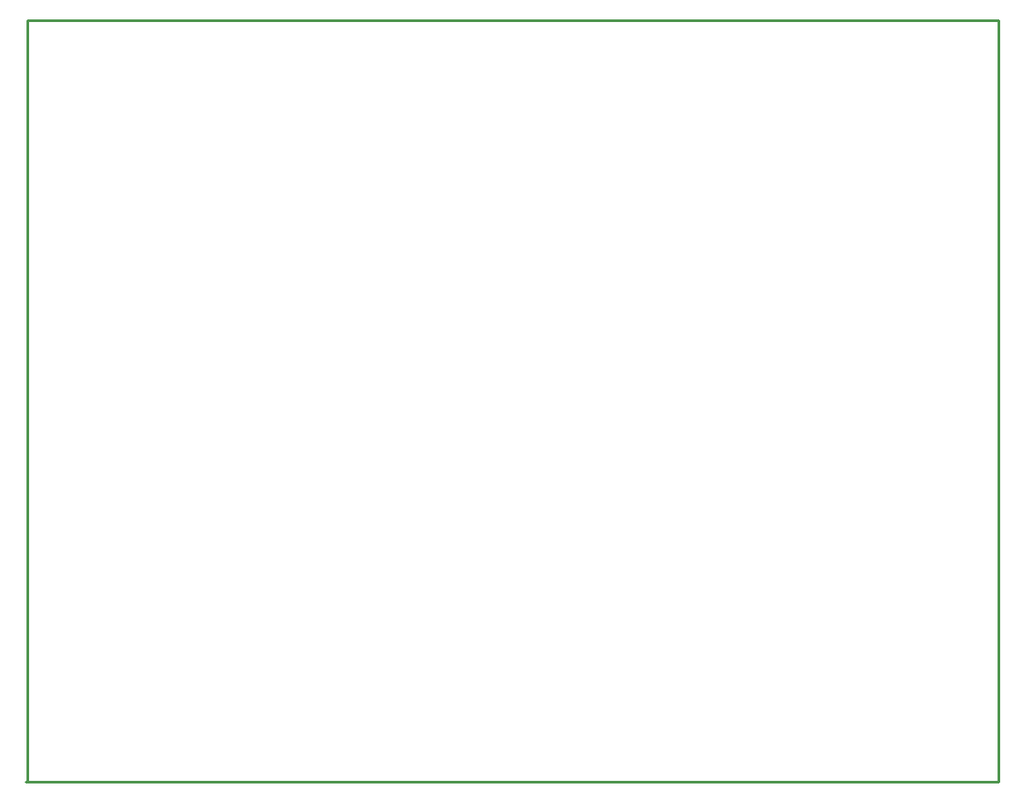
<source format=gko>
%FSTAX23Y23*%
%MOIN*%
%SFA1B1*%

%IPPOS*%
%ADD30C,0.010000*%
%LNesp_stm_v2-1*%
%LPD*%
G54D30*
X01455Y02005D02*
X0513D01*
X0146D02*
Y04885D01*
X0513*
Y02005D02*
Y04885D01*
M02*
</source>
